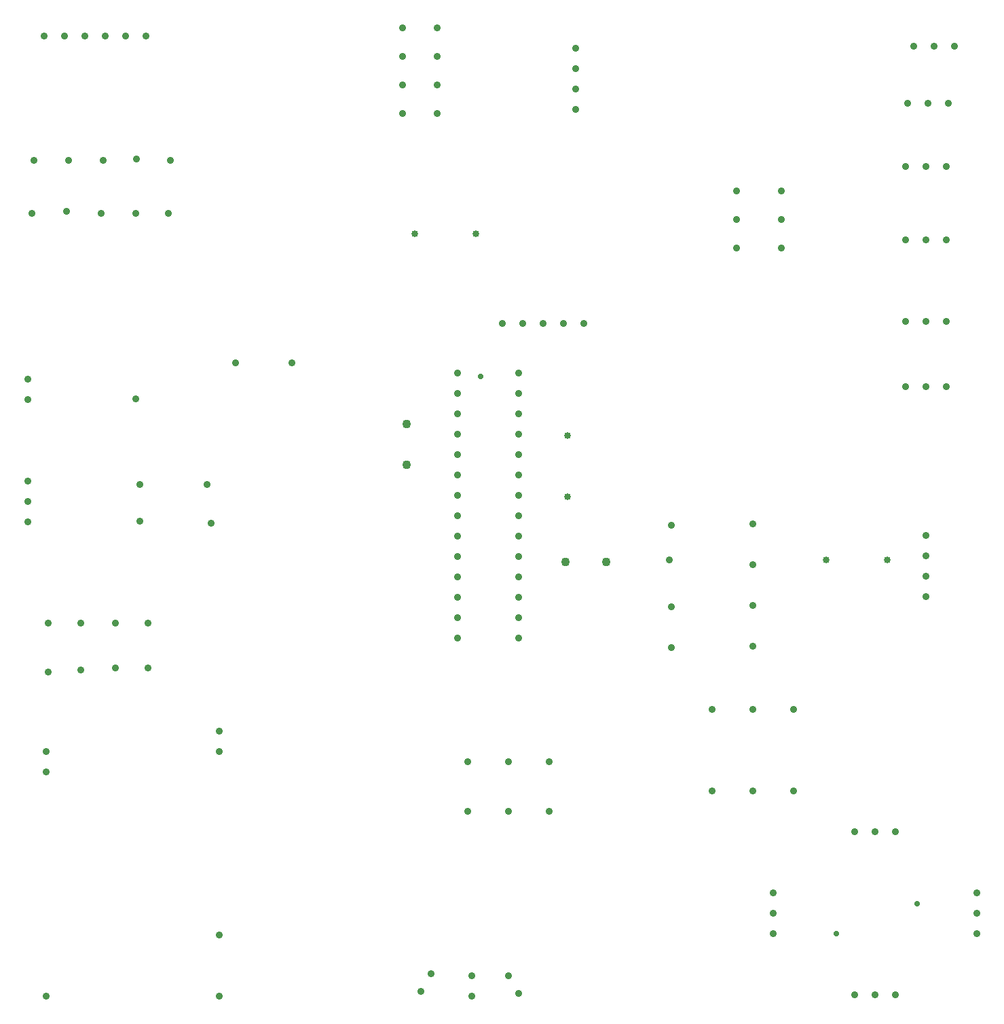
<source format=gbr>
G04 Layer_Color=0*
%FSLAX26Y26*%
%MOIN*%
%TF.FileFunction,Plated,1,2,PTH,Drill*%
%TF.Part,Single*%
G01*
G75*
%TA.AperFunction,ComponentDrill*%
%ADD30C,0.035433*%
%ADD31C,0.035433*%
%ADD32C,0.043307*%
%ADD33C,0.035433*%
%ADD34C,0.035433*%
%ADD35C,0.033465*%
%ADD36C,0.033465*%
%ADD37C,0.043307*%
%TA.AperFunction,ViaDrill,NotFilled*%
%ADD38C,0.028000*%
D30*
X3820000Y385000D02*
D03*
Y485000D02*
D03*
Y585000D02*
D03*
X4820000D02*
D03*
Y485000D02*
D03*
Y385000D02*
D03*
X3320000Y1990000D02*
D03*
Y1790000D02*
D03*
Y2390000D02*
D03*
X3310000Y2220000D02*
D03*
X160000Y3105000D02*
D03*
Y3005000D02*
D03*
X3640000Y3890000D02*
D03*
X2520000Y985000D02*
D03*
X2720000D02*
D03*
X2320000D02*
D03*
X3520000Y1085000D02*
D03*
X2520000Y1230000D02*
D03*
X3720000Y1485000D02*
D03*
X710000Y2410000D02*
D03*
X3920000Y1485000D02*
D03*
X160000Y2405000D02*
D03*
Y2505000D02*
D03*
Y2605000D02*
D03*
X710000Y2590000D02*
D03*
X1060000Y2400000D02*
D03*
X1040000Y2590000D02*
D03*
X3520000Y1485000D02*
D03*
X2720000Y1230000D02*
D03*
X4570000Y2340000D02*
D03*
Y2240000D02*
D03*
Y2140000D02*
D03*
Y2040000D02*
D03*
X2340000Y80000D02*
D03*
Y180000D02*
D03*
X860000Y4180000D02*
D03*
X695000Y4185000D02*
D03*
X530000Y4180000D02*
D03*
X590000Y1910000D02*
D03*
X750000D02*
D03*
X590000Y1690000D02*
D03*
X750000D02*
D03*
X350000Y3930000D02*
D03*
X690000Y3920000D02*
D03*
X850000D02*
D03*
X520000D02*
D03*
X180000D02*
D03*
X2000000Y4550000D02*
D03*
Y4410000D02*
D03*
Y4690000D02*
D03*
X260000Y1910000D02*
D03*
X420000D02*
D03*
Y1680000D02*
D03*
X260000Y1670000D02*
D03*
X2000000Y4830000D02*
D03*
X2170000Y4690000D02*
D03*
Y4410000D02*
D03*
Y4830000D02*
D03*
Y4550000D02*
D03*
X2850000Y4730000D02*
D03*
Y4630000D02*
D03*
Y4530000D02*
D03*
Y4430000D02*
D03*
X3640000Y3750000D02*
D03*
X3860000Y3890000D02*
D03*
X3640000Y4030000D02*
D03*
X3860000D02*
D03*
Y3750000D02*
D03*
X2320000Y1230000D02*
D03*
X250000Y1280000D02*
D03*
Y1180000D02*
D03*
X690000Y3010000D02*
D03*
X1100000Y1280000D02*
D03*
Y1380000D02*
D03*
X250000Y80000D02*
D03*
X1100000Y380000D02*
D03*
Y80000D02*
D03*
D31*
X4420000Y85000D02*
D03*
X4320000D02*
D03*
X4220000D02*
D03*
Y885000D02*
D03*
X4320000D02*
D03*
X4420000D02*
D03*
X1180236Y3185000D02*
D03*
X1459764D02*
D03*
X2490000Y3380000D02*
D03*
X2590000D02*
D03*
X2690000D02*
D03*
X2790000D02*
D03*
X2890000D02*
D03*
X240000Y4790000D02*
D03*
X340000D02*
D03*
X440000D02*
D03*
X540000D02*
D03*
X640000D02*
D03*
X740000D02*
D03*
X3720000Y1085000D02*
D03*
X3920000D02*
D03*
X3720000Y2195000D02*
D03*
Y1995000D02*
D03*
Y1795000D02*
D03*
Y2395000D02*
D03*
X360000Y4180000D02*
D03*
X190000D02*
D03*
X2570000Y1835000D02*
D03*
Y1935000D02*
D03*
Y2035000D02*
D03*
Y2135000D02*
D03*
Y2235000D02*
D03*
Y2335000D02*
D03*
Y2435000D02*
D03*
Y2535000D02*
D03*
Y2635000D02*
D03*
Y2735000D02*
D03*
Y2835000D02*
D03*
Y2935000D02*
D03*
Y3035000D02*
D03*
Y3135000D02*
D03*
X2270000Y1835000D02*
D03*
Y1935000D02*
D03*
Y2035000D02*
D03*
Y2135000D02*
D03*
Y2235000D02*
D03*
Y2335000D02*
D03*
Y2435000D02*
D03*
Y2535000D02*
D03*
Y2635000D02*
D03*
Y2735000D02*
D03*
Y2835000D02*
D03*
Y2935000D02*
D03*
Y3035000D02*
D03*
Y3135000D02*
D03*
X4670000Y3070000D02*
D03*
X4570000D02*
D03*
X4470000D02*
D03*
Y3390000D02*
D03*
X4570000D02*
D03*
X4670000D02*
D03*
Y3790000D02*
D03*
X4570000D02*
D03*
X4470000D02*
D03*
Y4150000D02*
D03*
X4570000D02*
D03*
X4670000D02*
D03*
X4680000Y4460000D02*
D03*
X4580000D02*
D03*
X4480000D02*
D03*
X4510000Y4740000D02*
D03*
X4610000D02*
D03*
X4710000D02*
D03*
D32*
X2020000Y2685000D02*
D03*
Y2885000D02*
D03*
D33*
X2090000Y103398D02*
D03*
X2140000Y190000D02*
D03*
D34*
X2570000Y93398D02*
D03*
X2520000Y180000D02*
D03*
D35*
X2810000Y2530000D02*
D03*
Y2830000D02*
D03*
D36*
X4380000Y2220000D02*
D03*
X4080000D02*
D03*
X2360000Y3820000D02*
D03*
X2060000D02*
D03*
D37*
X3000000Y2210000D02*
D03*
X2800000D02*
D03*
D38*
X2385000Y3120000D02*
D03*
X4130000Y385000D02*
D03*
X4529000Y532000D02*
D03*
%TF.MD5,A527198ED67CFB7EEA8D1589AAC512D9*%
M02*

</source>
